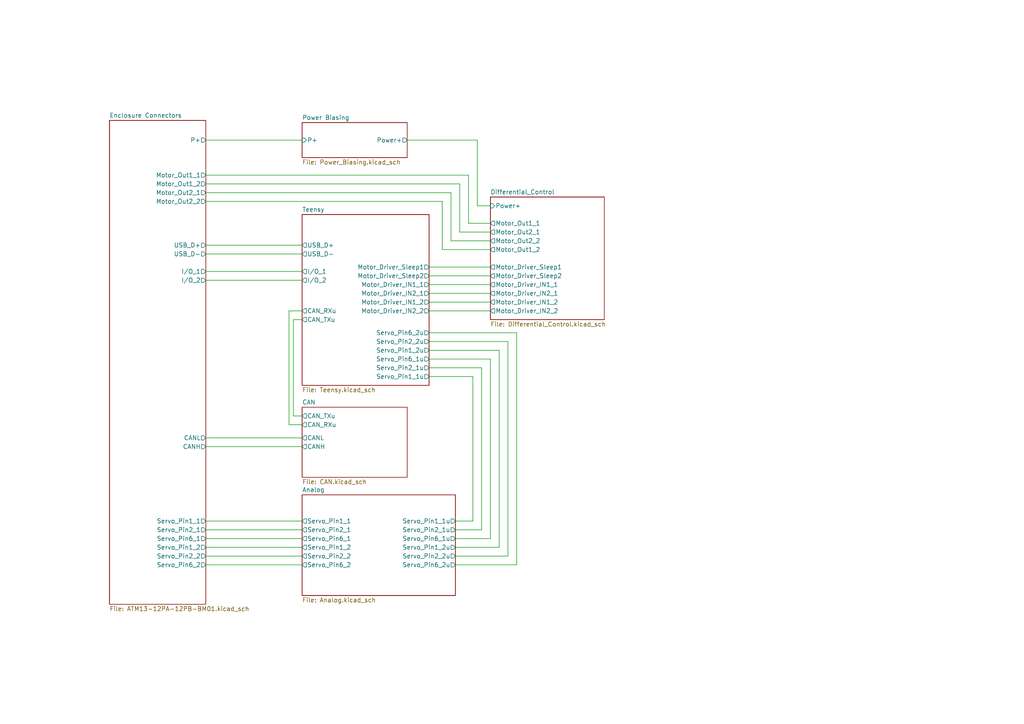
<source format=kicad_sch>
(kicad_sch
	(version 20231120)
	(generator "eeschema")
	(generator_version "8.0")
	(uuid "11737956-c422-45b5-a9a0-ee63a853502c")
	(paper "A4")
	(title_block
		(title "DIFF BOARD REV2")
		(date "2025-02-11")
		(rev "0")
		(company "Tommie Motorsports")
	)
	(lib_symbols)
	(wire
		(pts
			(xy 139.7 106.68) (xy 139.7 153.67)
		)
		(stroke
			(width 0)
			(type default)
		)
		(uuid "01f037dc-5681-48ee-81e3-c591ce0b6f58")
	)
	(wire
		(pts
			(xy 142.24 67.31) (xy 133.35 67.31)
		)
		(stroke
			(width 0)
			(type default)
		)
		(uuid "04c50f88-52a3-4a55-904f-7be4151e1cea")
	)
	(wire
		(pts
			(xy 124.46 87.63) (xy 142.24 87.63)
		)
		(stroke
			(width 0)
			(type default)
		)
		(uuid "0985a7af-2be0-4d1f-b549-56a5a04ff84f")
	)
	(wire
		(pts
			(xy 132.08 151.13) (xy 137.16 151.13)
		)
		(stroke
			(width 0)
			(type default)
		)
		(uuid "0b0919d6-c8a5-496a-8c36-4009fd1a093e")
	)
	(wire
		(pts
			(xy 124.46 77.47) (xy 142.24 77.47)
		)
		(stroke
			(width 0)
			(type default)
		)
		(uuid "0ffba6ff-09c3-4bcc-ba03-12618fee3f5b")
	)
	(wire
		(pts
			(xy 85.09 120.65) (xy 87.63 120.65)
		)
		(stroke
			(width 0)
			(type default)
		)
		(uuid "1112a2db-86e4-4ca7-b257-bbe0dddc49d3")
	)
	(wire
		(pts
			(xy 124.46 99.06) (xy 147.32 99.06)
		)
		(stroke
			(width 0)
			(type default)
		)
		(uuid "113cddf6-ee36-4b33-ba6b-976aa4f8f79b")
	)
	(wire
		(pts
			(xy 142.24 72.39) (xy 128.27 72.39)
		)
		(stroke
			(width 0)
			(type default)
		)
		(uuid "151ace29-3805-4d11-abae-d2d1e0b7193b")
	)
	(wire
		(pts
			(xy 142.24 156.21) (xy 132.08 156.21)
		)
		(stroke
			(width 0)
			(type default)
		)
		(uuid "165894a2-de68-4954-b40d-22d8bec06aac")
	)
	(wire
		(pts
			(xy 137.16 151.13) (xy 137.16 109.22)
		)
		(stroke
			(width 0)
			(type default)
		)
		(uuid "1a76220e-4957-4abb-9741-74cee9f0088f")
	)
	(wire
		(pts
			(xy 118.11 40.64) (xy 138.43 40.64)
		)
		(stroke
			(width 0)
			(type default)
		)
		(uuid "1eb5779c-caf4-450a-83d5-fa9cb8712a59")
	)
	(wire
		(pts
			(xy 59.69 55.88) (xy 130.81 55.88)
		)
		(stroke
			(width 0)
			(type default)
		)
		(uuid "22064bc3-1341-4912-b524-054d2a21af58")
	)
	(wire
		(pts
			(xy 124.46 80.01) (xy 142.24 80.01)
		)
		(stroke
			(width 0)
			(type default)
		)
		(uuid "273e9ec1-a73a-4715-8c46-d6042916d4c0")
	)
	(wire
		(pts
			(xy 149.86 96.52) (xy 149.86 163.83)
		)
		(stroke
			(width 0)
			(type default)
		)
		(uuid "2a79c535-421e-451f-8ecc-a87c5283f529")
	)
	(wire
		(pts
			(xy 124.46 106.68) (xy 139.7 106.68)
		)
		(stroke
			(width 0)
			(type default)
		)
		(uuid "2f74024a-5766-41a2-8c34-46eb8e5c2600")
	)
	(wire
		(pts
			(xy 59.69 50.8) (xy 135.89 50.8)
		)
		(stroke
			(width 0)
			(type default)
		)
		(uuid "32ae515d-3878-47eb-aecf-de52dd0d588c")
	)
	(wire
		(pts
			(xy 137.16 109.22) (xy 124.46 109.22)
		)
		(stroke
			(width 0)
			(type default)
		)
		(uuid "3304081e-efe9-4c7f-9026-d29f5185a795")
	)
	(wire
		(pts
			(xy 59.69 81.28) (xy 87.63 81.28)
		)
		(stroke
			(width 0)
			(type default)
		)
		(uuid "38e9b546-6556-4222-89f0-35ce3de5b40a")
	)
	(wire
		(pts
			(xy 144.78 101.6) (xy 124.46 101.6)
		)
		(stroke
			(width 0)
			(type default)
		)
		(uuid "48518ed6-e602-4dbf-a2d7-dae464c713df")
	)
	(wire
		(pts
			(xy 87.63 90.17) (xy 83.82 90.17)
		)
		(stroke
			(width 0)
			(type default)
		)
		(uuid "48fc77a4-2030-435e-844a-a6dc8e7ec725")
	)
	(wire
		(pts
			(xy 59.69 158.75) (xy 87.63 158.75)
		)
		(stroke
			(width 0)
			(type default)
		)
		(uuid "4e3f8a8a-57b4-40a4-a192-b14ee27b7330")
	)
	(wire
		(pts
			(xy 59.69 129.54) (xy 87.63 129.54)
		)
		(stroke
			(width 0)
			(type default)
		)
		(uuid "541cf35e-7781-4592-b829-c47b9d0f76ce")
	)
	(wire
		(pts
			(xy 124.46 82.55) (xy 142.24 82.55)
		)
		(stroke
			(width 0)
			(type default)
		)
		(uuid "6470f03c-2cd0-4a9f-8195-9313406f6145")
	)
	(wire
		(pts
			(xy 59.69 127) (xy 87.63 127)
		)
		(stroke
			(width 0)
			(type default)
		)
		(uuid "67908a61-3265-42d8-8676-1c68011a3909")
	)
	(wire
		(pts
			(xy 83.82 123.19) (xy 87.63 123.19)
		)
		(stroke
			(width 0)
			(type default)
		)
		(uuid "6ce2d84b-66db-46b2-94fe-d3bf44230cc9")
	)
	(wire
		(pts
			(xy 138.43 59.69) (xy 142.24 59.69)
		)
		(stroke
			(width 0)
			(type default)
		)
		(uuid "6f2aad59-d766-419b-a208-2cf87b71ee03")
	)
	(wire
		(pts
			(xy 124.46 104.14) (xy 142.24 104.14)
		)
		(stroke
			(width 0)
			(type default)
		)
		(uuid "70c4fa2e-d4de-4cae-b07c-b402d896c9a7")
	)
	(wire
		(pts
			(xy 59.69 58.42) (xy 128.27 58.42)
		)
		(stroke
			(width 0)
			(type default)
		)
		(uuid "760b221a-93c8-4443-bd28-45410844d9b6")
	)
	(wire
		(pts
			(xy 135.89 50.8) (xy 135.89 64.77)
		)
		(stroke
			(width 0)
			(type default)
		)
		(uuid "7671c9bf-a807-40c3-a62d-11364fc81656")
	)
	(wire
		(pts
			(xy 59.69 163.83) (xy 87.63 163.83)
		)
		(stroke
			(width 0)
			(type default)
		)
		(uuid "7e34e25b-5589-4b40-a042-eb184c734a27")
	)
	(wire
		(pts
			(xy 59.69 153.67) (xy 87.63 153.67)
		)
		(stroke
			(width 0)
			(type default)
		)
		(uuid "86d3de86-b83e-40d9-bc4f-a8c92bedec6a")
	)
	(wire
		(pts
			(xy 147.32 99.06) (xy 147.32 161.29)
		)
		(stroke
			(width 0)
			(type default)
		)
		(uuid "89e67d2a-559a-4273-ac22-86340a402103")
	)
	(wire
		(pts
			(xy 128.27 72.39) (xy 128.27 58.42)
		)
		(stroke
			(width 0)
			(type default)
		)
		(uuid "89f43206-0d74-4a2f-92c0-9c01ca477b4b")
	)
	(wire
		(pts
			(xy 144.78 158.75) (xy 144.78 101.6)
		)
		(stroke
			(width 0)
			(type default)
		)
		(uuid "90340ad5-5a8b-4f55-a223-94233cab53c5")
	)
	(wire
		(pts
			(xy 124.46 90.17) (xy 142.24 90.17)
		)
		(stroke
			(width 0)
			(type default)
		)
		(uuid "9413be69-47f2-4d8d-9b69-2c52dab90ec1")
	)
	(wire
		(pts
			(xy 124.46 96.52) (xy 149.86 96.52)
		)
		(stroke
			(width 0)
			(type default)
		)
		(uuid "9dd3b7b8-4061-4850-9f89-1dfa3e49eaa3")
	)
	(wire
		(pts
			(xy 133.35 67.31) (xy 133.35 53.34)
		)
		(stroke
			(width 0)
			(type default)
		)
		(uuid "a3b8ba9b-e7b0-4d31-b176-5f2ef5863621")
	)
	(wire
		(pts
			(xy 83.82 90.17) (xy 83.82 123.19)
		)
		(stroke
			(width 0)
			(type default)
		)
		(uuid "a68476cb-f56d-4157-8a43-70ec1b133f09")
	)
	(wire
		(pts
			(xy 59.69 73.66) (xy 87.63 73.66)
		)
		(stroke
			(width 0)
			(type default)
		)
		(uuid "b101c326-7511-414b-9033-e9f3ca26e8b5")
	)
	(wire
		(pts
			(xy 135.89 64.77) (xy 142.24 64.77)
		)
		(stroke
			(width 0)
			(type default)
		)
		(uuid "b3c15332-5518-4346-b375-66db7afb4a56")
	)
	(wire
		(pts
			(xy 85.09 92.71) (xy 85.09 120.65)
		)
		(stroke
			(width 0)
			(type default)
		)
		(uuid "b625ee4a-994d-4a9e-9092-09a87fa00369")
	)
	(wire
		(pts
			(xy 149.86 163.83) (xy 132.08 163.83)
		)
		(stroke
			(width 0)
			(type default)
		)
		(uuid "b9667819-a36e-4b70-931f-fa7f26bb3480")
	)
	(wire
		(pts
			(xy 147.32 161.29) (xy 132.08 161.29)
		)
		(stroke
			(width 0)
			(type default)
		)
		(uuid "c08f840b-4738-450d-acb9-37938d1790e7")
	)
	(wire
		(pts
			(xy 59.69 78.74) (xy 87.63 78.74)
		)
		(stroke
			(width 0)
			(type default)
		)
		(uuid "cae4f537-619c-4cdb-b7fd-fce45b81515f")
	)
	(wire
		(pts
			(xy 133.35 53.34) (xy 59.69 53.34)
		)
		(stroke
			(width 0)
			(type default)
		)
		(uuid "cb29e625-ad02-4343-9c71-a493f7680b8e")
	)
	(wire
		(pts
			(xy 59.69 40.64) (xy 87.63 40.64)
		)
		(stroke
			(width 0)
			(type default)
		)
		(uuid "cd41d226-697e-4e88-8afc-d2cef85107af")
	)
	(wire
		(pts
			(xy 59.69 151.13) (xy 87.63 151.13)
		)
		(stroke
			(width 0)
			(type default)
		)
		(uuid "d2be04f4-2734-4acf-b26d-3fdf1613f235")
	)
	(wire
		(pts
			(xy 130.81 55.88) (xy 130.81 69.85)
		)
		(stroke
			(width 0)
			(type default)
		)
		(uuid "d30f72a7-24ff-4f82-8410-76f09b799a94")
	)
	(wire
		(pts
			(xy 59.69 71.12) (xy 87.63 71.12)
		)
		(stroke
			(width 0)
			(type default)
		)
		(uuid "d8f0384d-95b4-4edc-b12e-0fce113f2d57")
	)
	(wire
		(pts
			(xy 132.08 158.75) (xy 144.78 158.75)
		)
		(stroke
			(width 0)
			(type default)
		)
		(uuid "da1302ca-bd4e-47c5-8931-79a248e9c594")
	)
	(wire
		(pts
			(xy 124.46 85.09) (xy 142.24 85.09)
		)
		(stroke
			(width 0)
			(type default)
		)
		(uuid "da9b2dd5-5fe6-4cb0-bc4e-1a126fe736a0")
	)
	(wire
		(pts
			(xy 130.81 69.85) (xy 142.24 69.85)
		)
		(stroke
			(width 0)
			(type default)
		)
		(uuid "db7ce42e-21e1-4d0e-a420-d55b66416bbf")
	)
	(wire
		(pts
			(xy 59.69 161.29) (xy 87.63 161.29)
		)
		(stroke
			(width 0)
			(type default)
		)
		(uuid "db914f0f-73fe-4587-ab83-89846e2ab1f1")
	)
	(wire
		(pts
			(xy 139.7 153.67) (xy 132.08 153.67)
		)
		(stroke
			(width 0)
			(type default)
		)
		(uuid "dc6f2c2a-2efa-42a3-b8fb-53f0d92fa945")
	)
	(wire
		(pts
			(xy 59.69 156.21) (xy 87.63 156.21)
		)
		(stroke
			(width 0)
			(type default)
		)
		(uuid "e577f844-2cca-4ead-937e-21c8d98c9b26")
	)
	(wire
		(pts
			(xy 138.43 40.64) (xy 138.43 59.69)
		)
		(stroke
			(width 0)
			(type default)
		)
		(uuid "e6e6d272-0453-4079-ac48-262652e4a51e")
	)
	(wire
		(pts
			(xy 142.24 104.14) (xy 142.24 156.21)
		)
		(stroke
			(width 0)
			(type default)
		)
		(uuid "ee4e9106-2338-4c22-90c6-33cafb03a37e")
	)
	(wire
		(pts
			(xy 87.63 92.71) (xy 85.09 92.71)
		)
		(stroke
			(width 0)
			(type default)
		)
		(uuid "ff2ba5b8-f70d-46d9-b040-2cea17404fa1")
	)
	(sheet
		(at 87.63 118.11)
		(size 30.48 20.32)
		(fields_autoplaced yes)
		(stroke
			(width 0.1524)
			(type solid)
		)
		(fill
			(color 0 0 0 0.0000)
		)
		(uuid "0f2f77fc-00e9-40fa-a5cc-7ba39dc1577b")
		(property "Sheetname" "CAN"
			(at 87.63 117.3984 0)
			(effects
				(font
					(size 1.27 1.27)
				)
				(justify left bottom)
			)
		)
		(property "Sheetfile" "CAN.kicad_sch"
			(at 87.63 139.0146 0)
			(effects
				(font
					(size 1.27 1.27)
				)
				(justify left top)
			)
		)
		(pin "CAN_TXu" output
			(at 87.63 120.65 180)
			(effects
				(font
					(size 1.27 1.27)
				)
				(justify left)
			)
			(uuid "4447c46b-1f6c-4232-9e37-826a4237d580")
		)
		(pin "CAN_RXu" output
			(at 87.63 123.19 180)
			(effects
				(font
					(size 1.27 1.27)
				)
				(justify left)
			)
			(uuid "4ee9141b-33b5-478d-860a-a3608fe68725")
		)
		(pin "CANL" output
			(at 87.63 127 180)
			(effects
				(font
					(size 1.27 1.27)
				)
				(justify left)
			)
			(uuid "04ba8897-7d0c-47d3-a74a-d874c4f97be6")
		)
		(pin "CANH" output
			(at 87.63 129.54 180)
			(effects
				(font
					(size 1.27 1.27)
				)
				(justify left)
			)
			(uuid "8206a018-09e6-43b3-b999-40678a5dc472")
		)
		(instances
			(project "DIFF_BOARD_REV2"
				(path "/11737956-c422-45b5-a9a0-ee63a853502c"
					(page "6")
				)
			)
		)
	)
	(sheet
		(at 31.75 34.925)
		(size 27.94 140.335)
		(fields_autoplaced yes)
		(stroke
			(width 0.1524)
			(type solid)
		)
		(fill
			(color 0 0 0 0.0000)
		)
		(uuid "36af939c-a039-4370-9390-49414daba697")
		(property "Sheetname" "Enclosure Connectors"
			(at 31.75 34.2134 0)
			(effects
				(font
					(size 1.27 1.27)
				)
				(justify left bottom)
			)
		)
		(property "Sheetfile" "ATM13-12PA-12PB-BM01.kicad_sch"
			(at 31.75 175.8446 0)
			(effects
				(font
					(size 1.27 1.27)
				)
				(justify left top)
			)
		)
		(pin "CANH" output
			(at 59.69 129.54 0)
			(effects
				(font
					(size 1.27 1.27)
				)
				(justify right)
			)
			(uuid "4737ac57-3caa-4597-bf58-c089cf6dbcd6")
		)
		(pin "CANL" output
			(at 59.69 127 0)
			(effects
				(font
					(size 1.27 1.27)
				)
				(justify right)
			)
			(uuid "b00a0e7e-0ef8-42b1-8205-189624249884")
		)
		(pin "Motor_Out1_2" output
			(at 59.69 53.34 0)
			(effects
				(font
					(size 1.27 1.27)
				)
				(justify right)
			)
			(uuid "318f62a8-86c5-4617-a1a1-361ecf8cb9d7")
		)
		(pin "Motor_Out1_1" output
			(at 59.69 50.8 0)
			(effects
				(font
					(size 1.27 1.27)
				)
				(justify right)
			)
			(uuid "a4f89eb9-029b-46f7-b454-156e1e5af1d9")
		)
		(pin "Servo_Pin2_1" output
			(at 59.69 153.67 0)
			(effects
				(font
					(size 1.27 1.27)
				)
				(justify right)
			)
			(uuid "5e60deed-4689-45ed-a8ed-4a2efbb34d86")
		)
		(pin "Servo_Pin6_1" output
			(at 59.69 156.21 0)
			(effects
				(font
					(size 1.27 1.27)
				)
				(justify right)
			)
			(uuid "1826f41d-5741-4213-999c-62081db09966")
		)
		(pin "Motor_Out2_1" output
			(at 59.69 55.88 0)
			(effects
				(font
					(size 1.27 1.27)
				)
				(justify right)
			)
			(uuid "4139c7db-6c2f-4b5d-8075-19d309a572f9")
		)
		(pin "Servo_Pin2_2" output
			(at 59.69 161.29 0)
			(effects
				(font
					(size 1.27 1.27)
				)
				(justify right)
			)
			(uuid "e61105e5-4405-46cc-866e-a3858d00a4e8")
		)
		(pin "Servo_Pin6_2" output
			(at 59.69 163.83 0)
			(effects
				(font
					(size 1.27 1.27)
				)
				(justify right)
			)
			(uuid "0c094ad3-cdeb-4213-8858-63655c0c6c49")
		)
		(pin "Motor_Out2_2" output
			(at 59.69 58.42 0)
			(effects
				(font
					(size 1.27 1.27)
				)
				(justify right)
			)
			(uuid "75a72886-10e6-4343-b6aa-9ed46765568b")
		)
		(pin "Servo_Pin1_2" output
			(at 59.69 158.75 0)
			(effects
				(font
					(size 1.27 1.27)
				)
				(justify right)
			)
			(uuid "16adebd0-f39b-43cd-b406-d8b7f62db193")
		)
		(pin "Servo_Pin1_1" output
			(at 59.69 151.13 0)
			(effects
				(font
					(size 1.27 1.27)
				)
				(justify right)
			)
			(uuid "0d12d161-f1e2-4f60-9c5e-2f4fb13f371c")
		)
		(pin "P+" output
			(at 59.69 40.64 0)
			(effects
				(font
					(size 1.27 1.27)
				)
				(justify right)
			)
			(uuid "5fb0b4d9-e261-41ee-bb81-7ae9af635607")
		)
		(pin "USB_D+" output
			(at 59.69 71.12 0)
			(effects
				(font
					(size 1.27 1.27)
				)
				(justify right)
			)
			(uuid "b0a9f8eb-e6ad-4271-84f6-b195e4090262")
		)
		(pin "USB_D-" output
			(at 59.69 73.66 0)
			(effects
				(font
					(size 1.27 1.27)
				)
				(justify right)
			)
			(uuid "98fca283-89a9-4e71-883a-ffdffdd64442")
		)
		(pin "I{slash}O_1" output
			(at 59.69 78.74 0)
			(effects
				(font
					(size 1.27 1.27)
				)
				(justify right)
			)
			(uuid "abfcab78-3c85-463b-bec2-d3ba858263c2")
		)
		(pin "I{slash}O_2" output
			(at 59.69 81.28 0)
			(effects
				(font
					(size 1.27 1.27)
				)
				(justify right)
			)
			(uuid "33f81fbd-1c63-4a73-b6a1-98f5e2271b1d")
		)
		(instances
			(project "DIFF_BOARD_REV2"
				(path "/11737956-c422-45b5-a9a0-ee63a853502c"
					(page "2")
				)
			)
		)
	)
	(sheet
		(at 87.63 62.23)
		(size 36.83 49.53)
		(fields_autoplaced yes)
		(stroke
			(width 0.1524)
			(type solid)
		)
		(fill
			(color 0 0 0 0.0000)
		)
		(uuid "4651bb00-db7c-4b47-b2b6-50257ebe21e6")
		(property "Sheetname" "Teensy"
			(at 87.63 61.5184 0)
			(effects
				(font
					(size 1.27 1.27)
				)
				(justify left bottom)
			)
		)
		(property "Sheetfile" "Teensy.kicad_sch"
			(at 87.63 112.3446 0)
			(effects
				(font
					(size 1.27 1.27)
				)
				(justify left top)
			)
		)
		(pin "CAN_RXu" output
			(at 87.63 90.17 180)
			(effects
				(font
					(size 1.27 1.27)
				)
				(justify left)
			)
			(uuid "4b258664-b940-4c6e-823f-7aa607768b1e")
		)
		(pin "CAN_TXu" output
			(at 87.63 92.71 180)
			(effects
				(font
					(size 1.27 1.27)
				)
				(justify left)
			)
			(uuid "fbfe1b0e-afb8-4b13-86f0-eb31298f4d34")
		)
		(pin "Motor_Driver_Sleep2" output
			(at 124.46 80.01 0)
			(effects
				(font
					(size 1.27 1.27)
				)
				(justify right)
			)
			(uuid "9da6a39a-0617-45cb-8410-fa980905a315")
		)
		(pin "Motor_Driver_Sleep1" output
			(at 124.46 77.47 0)
			(effects
				(font
					(size 1.27 1.27)
				)
				(justify right)
			)
			(uuid "794e9279-8007-47e2-a12f-6b6d6b14faed")
		)
		(pin "Motor_Driver_IN2_1" output
			(at 124.46 85.09 0)
			(effects
				(font
					(size 1.27 1.27)
				)
				(justify right)
			)
			(uuid "cb08654e-5be5-4ba2-a4d1-070a37a10306")
		)
		(pin "Motor_Driver_IN1_1" output
			(at 124.46 82.55 0)
			(effects
				(font
					(size 1.27 1.27)
				)
				(justify right)
			)
			(uuid "feac6b39-240e-4150-b8c5-01767abf7ccf")
		)
		(pin "Motor_Driver_IN2_2" output
			(at 124.46 90.17 0)
			(effects
				(font
					(size 1.27 1.27)
				)
				(justify right)
			)
			(uuid "0a83087e-d211-4734-838e-3e3c84206378")
		)
		(pin "Motor_Driver_IN1_2" output
			(at 124.46 87.63 0)
			(effects
				(font
					(size 1.27 1.27)
				)
				(justify right)
			)
			(uuid "45a81e1b-d4c0-48eb-8dd5-31011da9415f")
		)
		(pin "Servo_Pin1_2u" output
			(at 124.46 101.6 0)
			(effects
				(font
					(size 1.27 1.27)
				)
				(justify right)
			)
			(uuid "5fe849ee-29b6-40ce-984c-102df8de594c")
		)
		(pin "Servo_Pin1_1u" output
			(at 124.46 109.22 0)
			(effects
				(font
					(size 1.27 1.27)
				)
				(justify right)
			)
			(uuid "5dcd5b20-16b0-4f32-9bb0-8dca7c43dc5d")
		)
		(pin "Servo_Pin6_1u" output
			(at 124.46 104.14 0)
			(effects
				(font
					(size 1.27 1.27)
				)
				(justify right)
			)
			(uuid "04fe0950-5b36-4826-a986-b96c0902ff6f")
		)
		(pin "Servo_Pin2_1u" output
			(at 124.46 106.68 0)
			(effects
				(font
					(size 1.27 1.27)
				)
				(justify right)
			)
			(uuid "bb77faa9-086d-4635-99ae-073521938771")
		)
		(pin "Servo_Pin6_2u" output
			(at 124.46 96.52 0)
			(effects
				(font
					(size 1.27 1.27)
				)
				(justify right)
			)
			(uuid "8ba472da-af69-4059-af1b-de0c142bf391")
		)
		(pin "Servo_Pin2_2u" output
			(at 124.46 99.06 0)
			(effects
				(font
					(size 1.27 1.27)
				)
				(justify right)
			)
			(uuid "aab4be4b-d27e-40fa-a15c-f690bc047d8a")
		)
		(pin "USB_D-" output
			(at 87.63 73.66 180)
			(effects
				(font
					(size 1.27 1.27)
				)
				(justify left)
			)
			(uuid "93e0e84f-2d78-4cdc-aacf-65faf4a96fa2")
		)
		(pin "USB_D+" output
			(at 87.63 71.12 180)
			(effects
				(font
					(size 1.27 1.27)
				)
				(justify left)
			)
			(uuid "0d9f0455-276b-4432-bb3e-64868cf0eee0")
		)
		(pin "I{slash}O_2" output
			(at 87.63 81.28 180)
			(effects
				(font
					(size 1.27 1.27)
				)
				(justify left)
			)
			(uuid "f6b3891b-25bb-4cf4-a4fc-bc631b67db02")
		)
		(pin "I{slash}O_1" output
			(at 87.63 78.74 180)
			(effects
				(font
					(size 1.27 1.27)
				)
				(justify left)
			)
			(uuid "246616a6-da50-49c6-92fe-e2cb07646f1c")
		)
		(instances
			(project "DIFF_BOARD_REV2"
				(path "/11737956-c422-45b5-a9a0-ee63a853502c"
					(page "3")
				)
			)
		)
	)
	(sheet
		(at 142.24 57.15)
		(size 33.02 35.56)
		(fields_autoplaced yes)
		(stroke
			(width 0.1524)
			(type solid)
		)
		(fill
			(color 0 0 0 0.0000)
		)
		(uuid "88c02492-c7ef-4cc3-b097-c4977c7f3388")
		(property "Sheetname" "Differential_Control"
			(at 142.24 56.4384 0)
			(effects
				(font
					(size 1.27 1.27)
				)
				(justify left bottom)
			)
		)
		(property "Sheetfile" "Differential_Control.kicad_sch"
			(at 142.24 93.2946 0)
			(effects
				(font
					(size 1.27 1.27)
				)
				(justify left top)
			)
		)
		(pin "Motor_Out2_1" output
			(at 142.24 67.31 180)
			(effects
				(font
					(size 1.27 1.27)
				)
				(justify left)
			)
			(uuid "40b293bd-c521-48ac-8693-c2705d58c932")
		)
		(pin "Motor_Out1_2" output
			(at 142.24 72.39 180)
			(effects
				(font
					(size 1.27 1.27)
				)
				(justify left)
			)
			(uuid "c4b9cb06-ed7d-4c83-97b5-3f767ed511bb")
		)
		(pin "Motor_Out2_2" output
			(at 142.24 69.85 180)
			(effects
				(font
					(size 1.27 1.27)
				)
				(justify left)
			)
			(uuid "7059204e-891f-4af1-9071-826fdc6e311f")
		)
		(pin "Motor_Out1_1" output
			(at 142.24 64.77 180)
			(effects
				(font
					(size 1.27 1.27)
				)
				(justify left)
			)
			(uuid "94396204-5728-4757-bcd9-a6ffc9217135")
		)
		(pin "Power+" input
			(at 142.24 59.69 180)
			(effects
				(font
					(size 1.27 1.27)
				)
				(justify left)
			)
			(uuid "2fdd323d-4243-4f0c-889d-9b41582433cc")
		)
		(pin "Motor_Driver_IN1_2" output
			(at 142.24 87.63 180)
			(effects
				(font
					(size 1.27 1.27)
				)
				(justify left)
			)
			(uuid "897ee3d6-7a5f-417e-ac9e-26703101404a")
		)
		(pin "Motor_Driver_IN2_2" output
			(at 142.24 90.17 180)
			(effects
				(font
					(size 1.27 1.27)
				)
				(justify left)
			)
			(uuid "9138f924-f234-45e2-8105-66ad9596351a")
		)
		(pin "Motor_Driver_Sleep2" output
			(at 142.24 80.01 180)
			(effects
				(font
					(size 1.27 1.27)
				)
				(justify left)
			)
			(uuid "5eff9d5d-85b0-4e49-ad8f-736733e8e742")
		)
		(pin "Motor_Driver_IN2_1" output
			(at 142.24 85.09 180)
			(effects
				(font
					(size 1.27 1.27)
				)
				(justify left)
			)
			(uuid "8ee16f31-fd6b-4a19-b422-fda1b8372805")
		)
		(pin "Motor_Driver_IN1_1" output
			(at 142.24 82.55 180)
			(effects
				(font
					(size 1.27 1.27)
				)
				(justify left)
			)
			(uuid "467ceaa0-dc6d-4c4e-8778-149f33551fa9")
		)
		(pin "Motor_Driver_Sleep1" output
			(at 142.24 77.47 180)
			(effects
				(font
					(size 1.27 1.27)
				)
				(justify left)
			)
			(uuid "b5cefad7-8fad-4127-848d-4b7af3256d7e")
		)
		(instances
			(project "DIFF_BOARD_REV2"
				(path "/11737956-c422-45b5-a9a0-ee63a853502c"
					(page "7")
				)
			)
		)
	)
	(sheet
		(at 87.63 35.56)
		(size 30.48 10.16)
		(fields_autoplaced yes)
		(stroke
			(width 0.1524)
			(type solid)
		)
		(fill
			(color 0 0 0 0.0000)
		)
		(uuid "91dc7722-8943-479b-9672-11a66c9c8ce6")
		(property "Sheetname" "Power Biasing"
			(at 87.63 34.8484 0)
			(effects
				(font
					(size 1.27 1.27)
				)
				(justify left bottom)
			)
		)
		(property "Sheetfile" "Power_Biasing.kicad_sch"
			(at 87.63 46.3046 0)
			(effects
				(font
					(size 1.27 1.27)
				)
				(justify left top)
			)
		)
		(pin "Power+" output
			(at 118.11 40.64 0)
			(effects
				(font
					(size 1.27 1.27)
				)
				(justify right)
			)
			(uuid "ccc50645-d439-4734-9ae0-4ca0b6c551cd")
		)
		(pin "P+" input
			(at 87.63 40.64 180)
			(effects
				(font
					(size 1.27 1.27)
				)
				(justify left)
			)
			(uuid "2c33dcd0-2c7b-4ed2-8c67-4b0c7298529b")
		)
		(instances
			(project "DIFF_BOARD_REV2"
				(path "/11737956-c422-45b5-a9a0-ee63a853502c"
					(page "4")
				)
			)
		)
	)
	(sheet
		(at 87.63 143.51)
		(size 44.45 29.21)
		(fields_autoplaced yes)
		(stroke
			(width 0.1524)
			(type solid)
		)
		(fill
			(color 0 0 0 0.0000)
		)
		(uuid "c3da58cd-cab8-4f7e-a189-a7bcb64c8919")
		(property "Sheetname" "Analog"
			(at 87.63 142.7984 0)
			(effects
				(font
					(size 1.27 1.27)
				)
				(justify left bottom)
			)
		)
		(property "Sheetfile" "Analog.kicad_sch"
			(at 87.63 173.3046 0)
			(effects
				(font
					(size 1.27 1.27)
				)
				(justify left top)
			)
		)
		(pin "Servo_Pin1_1" output
			(at 87.63 151.13 180)
			(effects
				(font
					(size 1.27 1.27)
				)
				(justify left)
			)
			(uuid "bb4a61d9-07c3-4e06-99f9-65cb844e7f2c")
		)
		(pin "Servo_Pin2_1" output
			(at 87.63 153.67 180)
			(effects
				(font
					(size 1.27 1.27)
				)
				(justify left)
			)
			(uuid "4abf18a8-785e-4604-a859-e012a95ce0e6")
		)
		(pin "Servo_Pin6_1" output
			(at 87.63 156.21 180)
			(effects
				(font
					(size 1.27 1.27)
				)
				(justify left)
			)
			(uuid "44a3b6a4-f075-42a4-87b5-ae4c2011d6c2")
		)
		(pin "Servo_Pin2_2" output
			(at 87.63 161.29 180)
			(effects
				(font
					(size 1.27 1.27)
				)
				(justify left)
			)
			(uuid "0c8e3fa5-29d3-4321-b256-e75cce0ca65a")
		)
		(pin "Servo_Pin6_2" output
			(at 87.63 163.83 180)
			(effects
				(font
					(size 1.27 1.27)
				)
				(justify left)
			)
			(uuid "cf28cff0-66a2-466f-aeee-d8586ac7aebe")
		)
		(pin "Servo_Pin6_1u" output
			(at 132.08 156.21 0)
			(effects
				(font
					(size 1.27 1.27)
				)
				(justify right)
			)
			(uuid "79cfa5bb-f20b-449a-8dc1-b3c62bc30935")
		)
		(pin "Servo_Pin1_2u" output
			(at 132.08 158.75 0)
			(effects
				(font
					(size 1.27 1.27)
				)
				(justify right)
			)
			(uuid "03e1b71d-246e-4277-b4dc-b65f41bc42ff")
		)
		(pin "Servo_Pin2_2u" output
			(at 132.08 161.29 0)
			(effects
				(font
					(size 1.27 1.27)
				)
				(justify right)
			)
			(uuid "432d45b3-a0e6-4903-89ae-4ca9f946651a")
		)
		(pin "Servo_Pin6_2u" output
			(at 132.08 163.83 0)
			(effects
				(font
					(size 1.27 1.27)
				)
				(justify right)
			)
			(uuid "e29de03f-5639-49a6-99a5-910f3a1b49bc")
		)
		(pin "Servo_Pin2_1u" output
			(at 132.08 153.67 0)
			(effects
				(font
					(size 1.27 1.27)
				)
				(justify right)
			)
			(uuid "d7b95493-4099-4a03-bc45-bc2eca98bb0a")
		)
		(pin "Servo_Pin1_1u" output
			(at 132.08 151.13 0)
			(effects
				(font
					(size 1.27 1.27)
				)
				(justify right)
			)
			(uuid "cbb7b187-7c8a-4075-8199-2fd8e7adfa13")
		)
		(pin "Servo_Pin1_2" output
			(at 87.63 158.75 180)
			(effects
				(font
					(size 1.27 1.27)
				)
				(justify left)
			)
			(uuid "1bb8166a-7ce0-4838-8dbb-fa27c7eb6dd9")
		)
		(instances
			(project "DIFF_BOARD_REV2"
				(path "/11737956-c422-45b5-a9a0-ee63a853502c"
					(page "7")
				)
			)
		)
	)
	(sheet_instances
		(path "/"
			(page "1")
		)
	)
)

</source>
